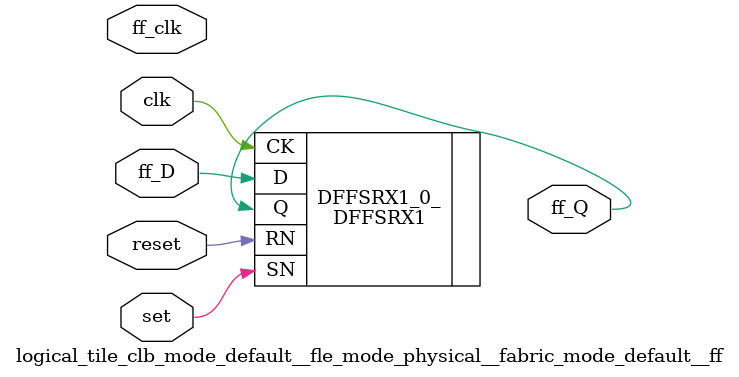
<source format=v>
`default_nettype none

module logical_tile_clb_mode_default__fle_mode_physical__fabric_mode_default__ff(set,
                                                                                 reset,
                                                                                 clk,
                                                                                 ff_D,
                                                                                 ff_Q,
                                                                                 ff_clk);
//----- GLOBAL PORTS -----
input [0:0] set;
//----- GLOBAL PORTS -----
input [0:0] reset;
//----- GLOBAL PORTS -----
input [0:0] clk;
//----- INPUT PORTS -----
input [0:0] ff_D;
//----- OUTPUT PORTS -----
output [0:0] ff_Q;
//----- CLOCK PORTS -----
input [0:0] ff_clk;

//----- BEGIN wire-connection ports -----
wire [0:0] ff_D;
wire [0:0] ff_Q;
wire [0:0] ff_clk;
//----- END wire-connection ports -----


//----- BEGIN Registered ports -----
//----- END Registered ports -----



// ----- BEGIN Local short connections -----
// ----- END Local short connections -----
// ----- BEGIN Local output short connections -----
// ----- END Local output short connections -----

	DFFSRX1 DFFSRX1_0_ (
		.SN(set),
		.RN(reset),
		.CK(clk),
		.D(ff_D),
		.Q(ff_Q));

endmodule
// ----- END Verilog module for logical_tile_clb_mode_default__fle_mode_physical__fabric_mode_default__ff -----

//----- Default net type -----
`default_nettype wire




</source>
